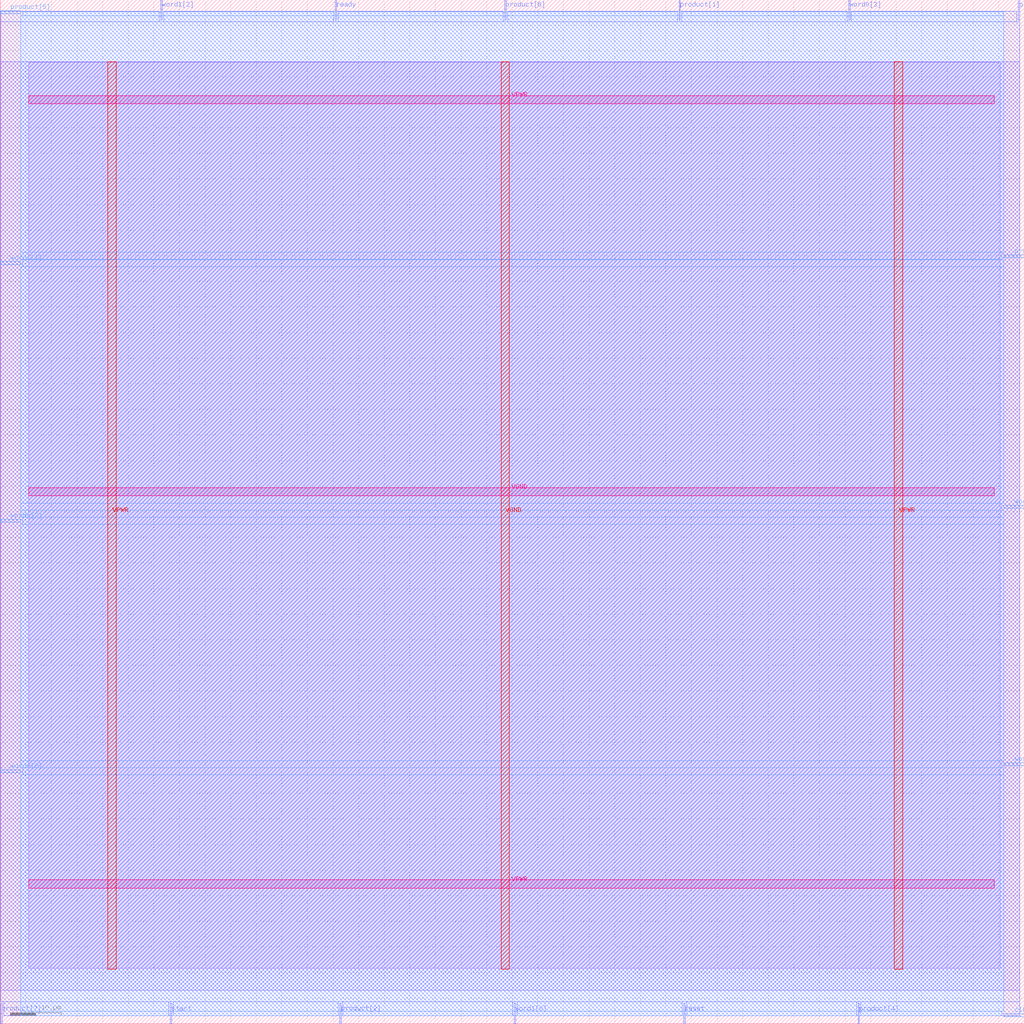
<source format=lef>
VERSION 5.7 ;
  NOWIREEXTENSIONATPIN ON ;
  DIVIDERCHAR "/" ;
  BUSBITCHARS "[]" ;
MACRO asmd_multiplier
  CLASS BLOCK ;
  FOREIGN asmd_multiplier ;
  ORIGIN 0.000 0.000 ;
  SIZE 200.000 BY 200.000 ;
  PIN VGND
    DIRECTION INPUT ;
    USE GROUND ;
    PORT
      LAYER met5 ;
        RECT 5.520 103.080 194.120 104.680 ;
    END
    PORT
      LAYER met4 ;
        RECT 97.840 10.640 99.440 187.920 ;
    END
  END VGND
  PIN VPWR
    DIRECTION INPUT ;
    USE POWER ;
    PORT
      LAYER met5 ;
        RECT 5.520 26.490 194.120 28.090 ;
    END
    PORT
      LAYER met5 ;
        RECT 5.520 179.670 194.120 181.270 ;
    END
    PORT
      LAYER met4 ;
        RECT 21.040 10.640 22.640 187.920 ;
    END
    PORT
      LAYER met4 ;
        RECT 174.640 10.640 176.240 187.920 ;
    END
  END VPWR
  PIN clk
    DIRECTION INPUT ;
    USE SIGNAL ;
    PORT
      LAYER met3 ;
        RECT 196.000 1.400 200.000 2.000 ;
    END
  END clk
  PIN product[0]
    DIRECTION OUTPUT TRISTATE ;
    USE SIGNAL ;
    PORT
      LAYER met2 ;
        RECT 198.810 196.000 199.090 200.000 ;
    END
  END product[0]
  PIN product[1]
    DIRECTION OUTPUT TRISTATE ;
    USE SIGNAL ;
    PORT
      LAYER met2 ;
        RECT 132.570 196.000 132.850 200.000 ;
    END
  END product[1]
  PIN product[2]
    DIRECTION OUTPUT TRISTATE ;
    USE SIGNAL ;
    PORT
      LAYER met2 ;
        RECT 66.330 0.000 66.610 4.000 ;
    END
  END product[2]
  PIN product[3]
    DIRECTION OUTPUT TRISTATE ;
    USE SIGNAL ;
    PORT
      LAYER met3 ;
        RECT 196.000 149.640 200.000 150.240 ;
    END
  END product[3]
  PIN product[4]
    DIRECTION OUTPUT TRISTATE ;
    USE SIGNAL ;
    PORT
      LAYER met2 ;
        RECT 167.530 0.000 167.810 4.000 ;
    END
  END product[4]
  PIN product[5]
    DIRECTION OUTPUT TRISTATE ;
    USE SIGNAL ;
    PORT
      LAYER met3 ;
        RECT 0.000 197.240 4.000 197.840 ;
    END
  END product[5]
  PIN product[6]
    DIRECTION OUTPUT TRISTATE ;
    USE SIGNAL ;
    PORT
      LAYER met2 ;
        RECT 98.530 196.000 98.810 200.000 ;
    END
  END product[6]
  PIN product[7]
    DIRECTION OUTPUT TRISTATE ;
    USE SIGNAL ;
    PORT
      LAYER met2 ;
        RECT 0.090 0.000 0.370 4.000 ;
    END
  END product[7]
  PIN ready
    DIRECTION OUTPUT TRISTATE ;
    USE SIGNAL ;
    PORT
      LAYER met2 ;
        RECT 65.410 196.000 65.690 200.000 ;
    END
  END ready
  PIN reset
    DIRECTION INPUT ;
    USE SIGNAL ;
    PORT
      LAYER met2 ;
        RECT 133.490 0.000 133.770 4.000 ;
    END
  END reset
  PIN start
    DIRECTION INPUT ;
    USE SIGNAL ;
    PORT
      LAYER met2 ;
        RECT 33.210 0.000 33.490 4.000 ;
    END
  END start
  PIN word0[0]
    DIRECTION INPUT ;
    USE SIGNAL ;
    PORT
      LAYER met3 ;
        RECT 0.000 49.000 4.000 49.600 ;
    END
  END word0[0]
  PIN word0[1]
    DIRECTION INPUT ;
    USE SIGNAL ;
    PORT
      LAYER met3 ;
        RECT 196.000 100.680 200.000 101.280 ;
    END
  END word0[1]
  PIN word0[2]
    DIRECTION INPUT ;
    USE SIGNAL ;
    PORT
      LAYER met3 ;
        RECT 0.000 97.960 4.000 98.560 ;
    END
  END word0[2]
  PIN word0[3]
    DIRECTION INPUT ;
    USE SIGNAL ;
    PORT
      LAYER met2 ;
        RECT 165.690 196.000 165.970 200.000 ;
    END
  END word0[3]
  PIN word1[0]
    DIRECTION INPUT ;
    USE SIGNAL ;
    PORT
      LAYER met2 ;
        RECT 100.370 0.000 100.650 4.000 ;
    END
  END word1[0]
  PIN word1[1]
    DIRECTION INPUT ;
    USE SIGNAL ;
    PORT
      LAYER met3 ;
        RECT 0.000 148.280 4.000 148.880 ;
    END
  END word1[1]
  PIN word1[2]
    DIRECTION INPUT ;
    USE SIGNAL ;
    PORT
      LAYER met2 ;
        RECT 31.370 196.000 31.650 200.000 ;
    END
  END word1[2]
  PIN word1[3]
    DIRECTION INPUT ;
    USE SIGNAL ;
    PORT
      LAYER met3 ;
        RECT 196.000 50.360 200.000 50.960 ;
    END
  END word1[3]
  OBS
      LAYER li1 ;
        RECT 5.520 10.795 195.355 187.765 ;
      LAYER met1 ;
        RECT 0.070 6.500 199.110 187.920 ;
      LAYER met2 ;
        RECT 0.100 195.720 31.090 197.725 ;
        RECT 31.930 195.720 65.130 197.725 ;
        RECT 65.970 195.720 98.250 197.725 ;
        RECT 99.090 195.720 132.290 197.725 ;
        RECT 133.130 195.720 165.410 197.725 ;
        RECT 166.250 195.720 198.530 197.725 ;
        RECT 0.100 4.280 199.080 195.720 ;
        RECT 0.650 1.515 32.930 4.280 ;
        RECT 33.770 1.515 66.050 4.280 ;
        RECT 66.890 1.515 100.090 4.280 ;
        RECT 100.930 1.515 133.210 4.280 ;
        RECT 134.050 1.515 167.250 4.280 ;
        RECT 168.090 1.515 199.080 4.280 ;
      LAYER met3 ;
        RECT 4.400 196.840 196.000 197.705 ;
        RECT 4.000 150.640 196.000 196.840 ;
        RECT 4.000 149.280 195.600 150.640 ;
        RECT 4.400 149.240 195.600 149.280 ;
        RECT 4.400 147.880 196.000 149.240 ;
        RECT 4.000 101.680 196.000 147.880 ;
        RECT 4.000 100.280 195.600 101.680 ;
        RECT 4.000 98.960 196.000 100.280 ;
        RECT 4.400 97.560 196.000 98.960 ;
        RECT 4.000 51.360 196.000 97.560 ;
        RECT 4.000 50.000 195.600 51.360 ;
        RECT 4.400 49.960 195.600 50.000 ;
        RECT 4.400 48.600 196.000 49.960 ;
        RECT 4.000 2.400 196.000 48.600 ;
        RECT 4.000 1.535 195.600 2.400 ;
  END
END asmd_multiplier
END LIBRARY


</source>
